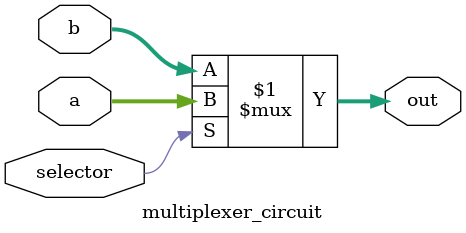
<source format=v>
`timescale 1ns / 1ps

module multiplexer_circuit
#(parameter WIDTH = 8)(
    input selector,
    input [WIDTH-1:0] a,
    input [WIDTH-1:0] b,
    output [WIDTH-1:0] out
    );        
    
    assign out = selector? a : b;
endmodule

</source>
